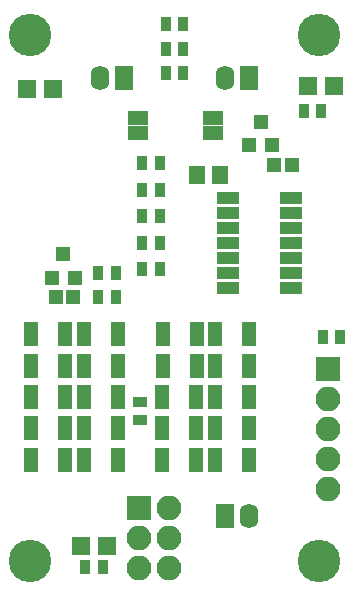
<source format=gbr>
G04 #@! TF.GenerationSoftware,KiCad,Pcbnew,(5.1.0)-1*
G04 #@! TF.CreationDate,2020-01-06T19:03:28+00:00*
G04 #@! TF.ProjectId,v4,76342e6b-6963-4616-945f-706362585858,rev?*
G04 #@! TF.SameCoordinates,Original*
G04 #@! TF.FileFunction,Soldermask,Top*
G04 #@! TF.FilePolarity,Negative*
%FSLAX46Y46*%
G04 Gerber Fmt 4.6, Leading zero omitted, Abs format (unit mm)*
G04 Created by KiCad (PCBNEW (5.1.0)-1) date 2020-01-06 19:03:28*
%MOMM*%
%LPD*%
G04 APERTURE LIST*
%ADD10R,1.300000X2.100000*%
%ADD11R,1.600000X1.600000*%
%ADD12R,1.400000X1.650000*%
%ADD13R,1.700000X1.200000*%
%ADD14R,1.600000X2.100000*%
%ADD15O,1.600000X2.100000*%
%ADD16R,0.900000X1.300000*%
%ADD17R,1.300000X0.900000*%
%ADD18R,1.200000X1.150000*%
%ADD19C,3.600000*%
%ADD20R,2.100000X2.100000*%
%ADD21O,2.100000X2.100000*%
%ADD22R,1.900000X1.000000*%
%ADD23R,1.200000X1.300000*%
G04 APERTURE END LIST*
D10*
X107667600Y-76087600D03*
X104767600Y-76087600D03*
X112167600Y-76087600D03*
X109267600Y-76087600D03*
X118867600Y-76087600D03*
X115967600Y-76087600D03*
X123267600Y-76087600D03*
X120367600Y-76087600D03*
X107667600Y-84037600D03*
X104767600Y-84037600D03*
X107667600Y-86687600D03*
X104767600Y-86687600D03*
X112167600Y-84037600D03*
X109267600Y-84037600D03*
X112167600Y-86687600D03*
X109267600Y-86687600D03*
X118767600Y-84037600D03*
X115867600Y-84037600D03*
X118767600Y-86687600D03*
X115867600Y-86687600D03*
X123267600Y-84037600D03*
X120367600Y-84037600D03*
X123267600Y-86687600D03*
X120367600Y-86687600D03*
X107667600Y-78737600D03*
X104767600Y-78737600D03*
X107667600Y-81387600D03*
X104767600Y-81387600D03*
X112167600Y-78737600D03*
X109267600Y-78737600D03*
X112167600Y-81387600D03*
X109267600Y-81387600D03*
X118867600Y-78737600D03*
X115967600Y-78737600D03*
X118767600Y-81387600D03*
X115867600Y-81387600D03*
X123267600Y-78737600D03*
X120367600Y-78737600D03*
X123267600Y-81387600D03*
X120367600Y-81387600D03*
D11*
X111217600Y-93987600D03*
X109017600Y-93987600D03*
D12*
X118817600Y-62587600D03*
X120817600Y-62587600D03*
D11*
X106617600Y-55287600D03*
X104417600Y-55287600D03*
D13*
X113867600Y-57747600D03*
X113867600Y-59027600D03*
X120167600Y-59027600D03*
X120167600Y-57747600D03*
D11*
X130417600Y-55087600D03*
X128217600Y-55087600D03*
D14*
X123217600Y-54387600D03*
D15*
X121217600Y-54387600D03*
D16*
X110867600Y-95787600D03*
X109367600Y-95787600D03*
X130967600Y-76287600D03*
X129467600Y-76287600D03*
D17*
X114017600Y-81837600D03*
X114017600Y-83337600D03*
D16*
X114167600Y-68337600D03*
X115667600Y-68337600D03*
X129367600Y-57187600D03*
X127867600Y-57187600D03*
X116167600Y-51887600D03*
X117667600Y-51887600D03*
X116167600Y-49787600D03*
X117667600Y-49787600D03*
X110467600Y-70887600D03*
X111967600Y-70887600D03*
X110467600Y-72887600D03*
X111967600Y-72887600D03*
X116167600Y-53987600D03*
X117667600Y-53987600D03*
X114167600Y-63837600D03*
X115667600Y-63837600D03*
X114167600Y-66087600D03*
X115667600Y-66087600D03*
X114167600Y-70587600D03*
X115667600Y-70587600D03*
X114167600Y-61587600D03*
X115667600Y-61587600D03*
D18*
X108367600Y-72887600D03*
X106867600Y-72887600D03*
X126867600Y-61787600D03*
X125367600Y-61787600D03*
D19*
X129167600Y-50737600D03*
X104667600Y-50737600D03*
X104667600Y-95237600D03*
X129167600Y-95237600D03*
D20*
X129917600Y-78987600D03*
D21*
X129917600Y-81527600D03*
X129917600Y-84067600D03*
X129917600Y-86607600D03*
X129917600Y-89147600D03*
D20*
X113917600Y-90787600D03*
D21*
X116457600Y-90787600D03*
X113917600Y-93327600D03*
X116457600Y-93327600D03*
X113917600Y-95867600D03*
X116457600Y-95867600D03*
D14*
X121217600Y-91487600D03*
D15*
X123217600Y-91487600D03*
D22*
X121417600Y-64577600D03*
X121417600Y-65847600D03*
X121417600Y-67117600D03*
X121417600Y-68387600D03*
X121417600Y-69657600D03*
X121417600Y-70927600D03*
X121417600Y-72197600D03*
X126817600Y-72197600D03*
X126817600Y-70927600D03*
X126817600Y-69657600D03*
X126817600Y-68387600D03*
X126817600Y-67117600D03*
X126817600Y-65847600D03*
X126817600Y-64577600D03*
D14*
X112617600Y-54387600D03*
D15*
X110617600Y-54387600D03*
D23*
X123267600Y-60087600D03*
X125167600Y-60087600D03*
X124217600Y-58087600D03*
X106567600Y-71287600D03*
X108467600Y-71287600D03*
X107517600Y-69287600D03*
M02*

</source>
